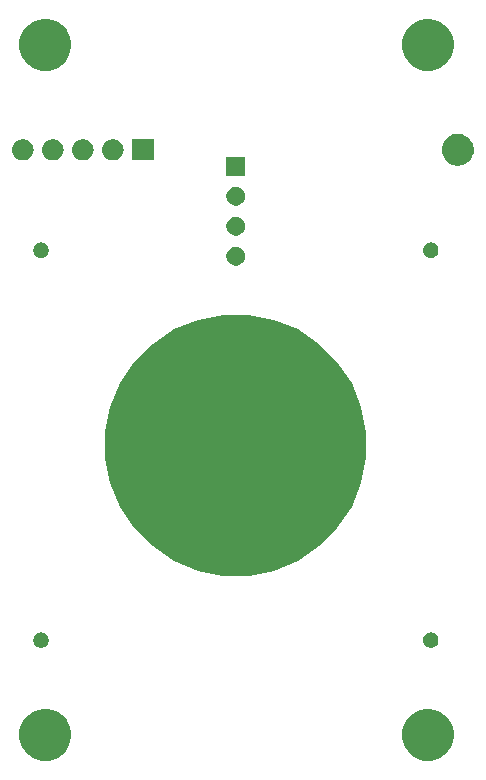
<source format=gbr>
G04 #@! TF.GenerationSoftware,KiCad,Pcbnew,(5.0.2)-1*
G04 #@! TF.CreationDate,2019-05-20T19:12:17+02:00*
G04 #@! TF.ProjectId,Carte capteurs 2,43617274-6520-4636-9170-746575727320,rev?*
G04 #@! TF.SameCoordinates,Original*
G04 #@! TF.FileFunction,Soldermask,Bot*
G04 #@! TF.FilePolarity,Negative*
%FSLAX46Y46*%
G04 Gerber Fmt 4.6, Leading zero omitted, Abs format (unit mm)*
G04 Created by KiCad (PCBNEW (5.0.2)-1) date 20/05/2019 19:12:17*
%MOMM*%
%LPD*%
G01*
G04 APERTURE LIST*
%ADD10C,0.100000*%
G04 APERTURE END LIST*
D10*
G36*
X38107006Y-86783582D02*
X38507565Y-86949499D01*
X38868059Y-87190373D01*
X39174627Y-87496941D01*
X39415501Y-87857435D01*
X39581418Y-88257994D01*
X39666000Y-88683219D01*
X39666000Y-89116781D01*
X39581418Y-89542006D01*
X39415501Y-89942565D01*
X39174627Y-90303059D01*
X38868059Y-90609627D01*
X38507565Y-90850501D01*
X38107006Y-91016418D01*
X37681781Y-91101000D01*
X37248219Y-91101000D01*
X36822994Y-91016418D01*
X36422435Y-90850501D01*
X36061941Y-90609627D01*
X35755373Y-90303059D01*
X35514499Y-89942565D01*
X35348582Y-89542006D01*
X35264000Y-89116781D01*
X35264000Y-88683219D01*
X35348582Y-88257994D01*
X35514499Y-87857435D01*
X35755373Y-87496941D01*
X36061941Y-87190373D01*
X36422435Y-86949499D01*
X36822994Y-86783582D01*
X37248219Y-86699000D01*
X37681781Y-86699000D01*
X38107006Y-86783582D01*
X38107006Y-86783582D01*
G37*
G36*
X70492006Y-86783582D02*
X70892565Y-86949499D01*
X71253059Y-87190373D01*
X71559627Y-87496941D01*
X71800501Y-87857435D01*
X71966418Y-88257994D01*
X72051000Y-88683219D01*
X72051000Y-89116781D01*
X71966418Y-89542006D01*
X71800501Y-89942565D01*
X71559627Y-90303059D01*
X71253059Y-90609627D01*
X70892565Y-90850501D01*
X70492006Y-91016418D01*
X70066781Y-91101000D01*
X69633219Y-91101000D01*
X69207994Y-91016418D01*
X68807435Y-90850501D01*
X68446941Y-90609627D01*
X68140373Y-90303059D01*
X67899499Y-89942565D01*
X67733582Y-89542006D01*
X67649000Y-89116781D01*
X67649000Y-88683219D01*
X67733582Y-88257994D01*
X67899499Y-87857435D01*
X68140373Y-87496941D01*
X68446941Y-87190373D01*
X68807435Y-86949499D01*
X69207994Y-86783582D01*
X69633219Y-86699000D01*
X70066781Y-86699000D01*
X70492006Y-86783582D01*
X70492006Y-86783582D01*
G37*
G36*
X37284891Y-80239018D02*
X37403362Y-80288090D01*
X37509993Y-80359339D01*
X37600663Y-80450009D01*
X37671912Y-80556640D01*
X37720984Y-80675111D01*
X37746001Y-80800882D01*
X37746001Y-80929120D01*
X37720984Y-81054891D01*
X37671912Y-81173362D01*
X37600663Y-81279993D01*
X37509993Y-81370663D01*
X37403362Y-81441912D01*
X37284891Y-81490984D01*
X37159120Y-81516001D01*
X37030882Y-81516001D01*
X36905111Y-81490984D01*
X36786640Y-81441912D01*
X36680009Y-81370663D01*
X36589339Y-81279993D01*
X36518090Y-81173362D01*
X36469018Y-81054891D01*
X36444001Y-80929120D01*
X36444001Y-80800882D01*
X36469018Y-80675111D01*
X36518090Y-80556640D01*
X36589339Y-80450009D01*
X36680009Y-80359339D01*
X36786640Y-80288090D01*
X36905111Y-80239018D01*
X37030882Y-80214001D01*
X37159120Y-80214001D01*
X37284891Y-80239018D01*
X37284891Y-80239018D01*
G37*
G36*
X70284891Y-80239018D02*
X70403362Y-80288090D01*
X70509993Y-80359339D01*
X70600663Y-80450009D01*
X70671912Y-80556640D01*
X70720984Y-80675111D01*
X70746001Y-80800882D01*
X70746001Y-80929120D01*
X70720984Y-81054891D01*
X70671912Y-81173362D01*
X70600663Y-81279993D01*
X70509993Y-81370663D01*
X70403362Y-81441912D01*
X70284891Y-81490984D01*
X70159120Y-81516001D01*
X70030882Y-81516001D01*
X69905111Y-81490984D01*
X69786640Y-81441912D01*
X69680009Y-81370663D01*
X69589339Y-81279993D01*
X69518090Y-81173362D01*
X69469018Y-81054891D01*
X69444001Y-80929120D01*
X69444001Y-80800882D01*
X69469018Y-80675111D01*
X69518090Y-80556640D01*
X69589339Y-80450009D01*
X69680009Y-80359339D01*
X69786640Y-80288090D01*
X69905111Y-80239018D01*
X70030882Y-80214001D01*
X70159120Y-80214001D01*
X70284891Y-80239018D01*
X70284891Y-80239018D01*
G37*
G36*
X56818458Y-53738684D02*
X58829611Y-54571731D01*
X60639606Y-55781131D01*
X62178871Y-57320396D01*
X63388271Y-59130391D01*
X64221318Y-61141544D01*
X64646001Y-63276571D01*
X64646001Y-65453431D01*
X64221318Y-67588458D01*
X63388271Y-69599611D01*
X62178871Y-71409606D01*
X60639606Y-72948871D01*
X58829611Y-74158271D01*
X56818458Y-74991318D01*
X54683431Y-75416001D01*
X52506571Y-75416001D01*
X50371544Y-74991318D01*
X48360391Y-74158271D01*
X46550396Y-72948871D01*
X45011131Y-71409606D01*
X43801731Y-69599611D01*
X42968684Y-67588458D01*
X42544001Y-65453431D01*
X42544001Y-63276571D01*
X42968684Y-61141544D01*
X43801731Y-59130391D01*
X45011131Y-57320396D01*
X46550396Y-55781131D01*
X48360391Y-54571731D01*
X50371544Y-53738684D01*
X52506571Y-53314001D01*
X54683431Y-53314001D01*
X56818458Y-53738684D01*
X56818458Y-53738684D01*
G37*
G36*
X53828644Y-47594782D02*
X53974416Y-47655163D01*
X54105612Y-47742825D01*
X54217177Y-47854390D01*
X54304839Y-47985586D01*
X54365220Y-48131358D01*
X54396001Y-48286108D01*
X54396001Y-48443894D01*
X54365220Y-48598644D01*
X54304839Y-48744416D01*
X54217177Y-48875612D01*
X54105612Y-48987177D01*
X53974416Y-49074839D01*
X53828644Y-49135220D01*
X53673894Y-49166001D01*
X53516108Y-49166001D01*
X53361358Y-49135220D01*
X53215586Y-49074839D01*
X53084390Y-48987177D01*
X52972825Y-48875612D01*
X52885163Y-48744416D01*
X52824782Y-48598644D01*
X52794001Y-48443894D01*
X52794001Y-48286108D01*
X52824782Y-48131358D01*
X52885163Y-47985586D01*
X52972825Y-47854390D01*
X53084390Y-47742825D01*
X53215586Y-47655163D01*
X53361358Y-47594782D01*
X53516108Y-47564001D01*
X53673894Y-47564001D01*
X53828644Y-47594782D01*
X53828644Y-47594782D01*
G37*
G36*
X37284891Y-47239018D02*
X37403362Y-47288090D01*
X37509993Y-47359339D01*
X37600663Y-47450009D01*
X37671912Y-47556640D01*
X37720984Y-47675111D01*
X37746001Y-47800882D01*
X37746001Y-47929120D01*
X37720984Y-48054891D01*
X37671912Y-48173362D01*
X37600663Y-48279993D01*
X37509993Y-48370663D01*
X37403362Y-48441912D01*
X37284891Y-48490984D01*
X37159120Y-48516001D01*
X37030882Y-48516001D01*
X36905111Y-48490984D01*
X36786640Y-48441912D01*
X36680009Y-48370663D01*
X36589339Y-48279993D01*
X36518090Y-48173362D01*
X36469018Y-48054891D01*
X36444001Y-47929120D01*
X36444001Y-47800882D01*
X36469018Y-47675111D01*
X36518090Y-47556640D01*
X36589339Y-47450009D01*
X36680009Y-47359339D01*
X36786640Y-47288090D01*
X36905111Y-47239018D01*
X37030882Y-47214001D01*
X37159120Y-47214001D01*
X37284891Y-47239018D01*
X37284891Y-47239018D01*
G37*
G36*
X70284891Y-47239018D02*
X70403362Y-47288090D01*
X70509993Y-47359339D01*
X70600663Y-47450009D01*
X70671912Y-47556640D01*
X70720984Y-47675111D01*
X70746001Y-47800882D01*
X70746001Y-47929120D01*
X70720984Y-48054891D01*
X70671912Y-48173362D01*
X70600663Y-48279993D01*
X70509993Y-48370663D01*
X70403362Y-48441912D01*
X70284891Y-48490984D01*
X70159120Y-48516001D01*
X70030882Y-48516001D01*
X69905111Y-48490984D01*
X69786640Y-48441912D01*
X69680009Y-48370663D01*
X69589339Y-48279993D01*
X69518090Y-48173362D01*
X69469018Y-48054891D01*
X69444001Y-47929120D01*
X69444001Y-47800882D01*
X69469018Y-47675111D01*
X69518090Y-47556640D01*
X69589339Y-47450009D01*
X69680009Y-47359339D01*
X69786640Y-47288090D01*
X69905111Y-47239018D01*
X70030882Y-47214001D01*
X70159120Y-47214001D01*
X70284891Y-47239018D01*
X70284891Y-47239018D01*
G37*
G36*
X53828644Y-45054782D02*
X53974416Y-45115163D01*
X54105612Y-45202825D01*
X54217177Y-45314390D01*
X54304839Y-45445586D01*
X54365220Y-45591358D01*
X54396001Y-45746108D01*
X54396001Y-45903894D01*
X54365220Y-46058644D01*
X54304839Y-46204416D01*
X54217177Y-46335612D01*
X54105612Y-46447177D01*
X53974416Y-46534839D01*
X53828644Y-46595220D01*
X53673894Y-46626001D01*
X53516108Y-46626001D01*
X53361358Y-46595220D01*
X53215586Y-46534839D01*
X53084390Y-46447177D01*
X52972825Y-46335612D01*
X52885163Y-46204416D01*
X52824782Y-46058644D01*
X52794001Y-45903894D01*
X52794001Y-45746108D01*
X52824782Y-45591358D01*
X52885163Y-45445586D01*
X52972825Y-45314390D01*
X53084390Y-45202825D01*
X53215586Y-45115163D01*
X53361358Y-45054782D01*
X53516108Y-45024001D01*
X53673894Y-45024001D01*
X53828644Y-45054782D01*
X53828644Y-45054782D01*
G37*
G36*
X53828644Y-42514782D02*
X53974416Y-42575163D01*
X54105612Y-42662825D01*
X54217177Y-42774390D01*
X54304839Y-42905586D01*
X54365220Y-43051358D01*
X54396001Y-43206108D01*
X54396001Y-43363894D01*
X54365220Y-43518644D01*
X54304839Y-43664416D01*
X54217177Y-43795612D01*
X54105612Y-43907177D01*
X53974416Y-43994839D01*
X53828644Y-44055220D01*
X53673894Y-44086001D01*
X53516108Y-44086001D01*
X53361358Y-44055220D01*
X53215586Y-43994839D01*
X53084390Y-43907177D01*
X52972825Y-43795612D01*
X52885163Y-43664416D01*
X52824782Y-43518644D01*
X52794001Y-43363894D01*
X52794001Y-43206108D01*
X52824782Y-43051358D01*
X52885163Y-42905586D01*
X52972825Y-42774390D01*
X53084390Y-42662825D01*
X53215586Y-42575163D01*
X53361358Y-42514782D01*
X53516108Y-42484001D01*
X53673894Y-42484001D01*
X53828644Y-42514782D01*
X53828644Y-42514782D01*
G37*
G36*
X54396001Y-41546001D02*
X52794001Y-41546001D01*
X52794001Y-39944001D01*
X54396001Y-39944001D01*
X54396001Y-41546001D01*
X54396001Y-41546001D01*
G37*
G36*
X72653567Y-38044959D02*
X72784072Y-38070918D01*
X73029939Y-38172759D01*
X73250464Y-38320110D01*
X73251215Y-38320612D01*
X73439388Y-38508785D01*
X73439390Y-38508788D01*
X73587241Y-38730061D01*
X73643966Y-38867009D01*
X73689082Y-38975929D01*
X73741000Y-39236937D01*
X73741000Y-39503063D01*
X73715041Y-39633567D01*
X73689082Y-39764072D01*
X73587241Y-40009939D01*
X73511843Y-40122779D01*
X73439388Y-40231215D01*
X73251215Y-40419388D01*
X73251212Y-40419390D01*
X73029939Y-40567241D01*
X72784072Y-40669082D01*
X72653567Y-40695041D01*
X72523063Y-40721000D01*
X72256937Y-40721000D01*
X72126433Y-40695041D01*
X71995928Y-40669082D01*
X71750061Y-40567241D01*
X71528788Y-40419390D01*
X71528785Y-40419388D01*
X71340612Y-40231215D01*
X71268157Y-40122779D01*
X71192759Y-40009939D01*
X71090918Y-39764072D01*
X71064959Y-39633567D01*
X71039000Y-39503063D01*
X71039000Y-39236937D01*
X71090918Y-38975929D01*
X71136034Y-38867009D01*
X71192759Y-38730061D01*
X71340610Y-38508788D01*
X71340612Y-38508785D01*
X71528785Y-38320612D01*
X71529536Y-38320110D01*
X71750061Y-38172759D01*
X71995928Y-38070918D01*
X72126433Y-38044959D01*
X72256937Y-38019000D01*
X72523063Y-38019000D01*
X72653567Y-38044959D01*
X72653567Y-38044959D01*
G37*
G36*
X46621000Y-40271000D02*
X44819000Y-40271000D01*
X44819000Y-38469000D01*
X46621000Y-38469000D01*
X46621000Y-40271000D01*
X46621000Y-40271000D01*
G37*
G36*
X43290443Y-38475519D02*
X43356627Y-38482037D01*
X43444813Y-38508788D01*
X43526467Y-38533557D01*
X43665087Y-38607652D01*
X43682991Y-38617222D01*
X43718729Y-38646552D01*
X43820186Y-38729814D01*
X43903448Y-38831271D01*
X43932778Y-38867009D01*
X43932779Y-38867011D01*
X44016443Y-39023533D01*
X44016443Y-39023534D01*
X44067963Y-39193373D01*
X44085359Y-39370000D01*
X44067963Y-39546627D01*
X44033616Y-39659853D01*
X44016443Y-39716467D01*
X43990997Y-39764072D01*
X43932778Y-39872991D01*
X43903448Y-39908729D01*
X43820186Y-40010186D01*
X43718729Y-40093448D01*
X43682991Y-40122778D01*
X43682989Y-40122779D01*
X43526467Y-40206443D01*
X43469853Y-40223616D01*
X43356627Y-40257963D01*
X43290443Y-40264481D01*
X43224260Y-40271000D01*
X43135740Y-40271000D01*
X43069557Y-40264481D01*
X43003373Y-40257963D01*
X42890147Y-40223616D01*
X42833533Y-40206443D01*
X42677011Y-40122779D01*
X42677009Y-40122778D01*
X42641271Y-40093448D01*
X42539814Y-40010186D01*
X42456552Y-39908729D01*
X42427222Y-39872991D01*
X42369003Y-39764072D01*
X42343557Y-39716467D01*
X42326384Y-39659853D01*
X42292037Y-39546627D01*
X42274641Y-39370000D01*
X42292037Y-39193373D01*
X42343557Y-39023534D01*
X42343557Y-39023533D01*
X42427221Y-38867011D01*
X42427222Y-38867009D01*
X42456552Y-38831271D01*
X42539814Y-38729814D01*
X42641271Y-38646552D01*
X42677009Y-38617222D01*
X42694913Y-38607652D01*
X42833533Y-38533557D01*
X42915187Y-38508788D01*
X43003373Y-38482037D01*
X43069557Y-38475519D01*
X43135740Y-38469000D01*
X43224260Y-38469000D01*
X43290443Y-38475519D01*
X43290443Y-38475519D01*
G37*
G36*
X40750443Y-38475519D02*
X40816627Y-38482037D01*
X40904813Y-38508788D01*
X40986467Y-38533557D01*
X41125087Y-38607652D01*
X41142991Y-38617222D01*
X41178729Y-38646552D01*
X41280186Y-38729814D01*
X41363448Y-38831271D01*
X41392778Y-38867009D01*
X41392779Y-38867011D01*
X41476443Y-39023533D01*
X41476443Y-39023534D01*
X41527963Y-39193373D01*
X41545359Y-39370000D01*
X41527963Y-39546627D01*
X41493616Y-39659853D01*
X41476443Y-39716467D01*
X41450997Y-39764072D01*
X41392778Y-39872991D01*
X41363448Y-39908729D01*
X41280186Y-40010186D01*
X41178729Y-40093448D01*
X41142991Y-40122778D01*
X41142989Y-40122779D01*
X40986467Y-40206443D01*
X40929853Y-40223616D01*
X40816627Y-40257963D01*
X40750443Y-40264481D01*
X40684260Y-40271000D01*
X40595740Y-40271000D01*
X40529557Y-40264481D01*
X40463373Y-40257963D01*
X40350147Y-40223616D01*
X40293533Y-40206443D01*
X40137011Y-40122779D01*
X40137009Y-40122778D01*
X40101271Y-40093448D01*
X39999814Y-40010186D01*
X39916552Y-39908729D01*
X39887222Y-39872991D01*
X39829003Y-39764072D01*
X39803557Y-39716467D01*
X39786384Y-39659853D01*
X39752037Y-39546627D01*
X39734641Y-39370000D01*
X39752037Y-39193373D01*
X39803557Y-39023534D01*
X39803557Y-39023533D01*
X39887221Y-38867011D01*
X39887222Y-38867009D01*
X39916552Y-38831271D01*
X39999814Y-38729814D01*
X40101271Y-38646552D01*
X40137009Y-38617222D01*
X40154913Y-38607652D01*
X40293533Y-38533557D01*
X40375187Y-38508788D01*
X40463373Y-38482037D01*
X40529557Y-38475519D01*
X40595740Y-38469000D01*
X40684260Y-38469000D01*
X40750443Y-38475519D01*
X40750443Y-38475519D01*
G37*
G36*
X38210443Y-38475519D02*
X38276627Y-38482037D01*
X38364813Y-38508788D01*
X38446467Y-38533557D01*
X38585087Y-38607652D01*
X38602991Y-38617222D01*
X38638729Y-38646552D01*
X38740186Y-38729814D01*
X38823448Y-38831271D01*
X38852778Y-38867009D01*
X38852779Y-38867011D01*
X38936443Y-39023533D01*
X38936443Y-39023534D01*
X38987963Y-39193373D01*
X39005359Y-39370000D01*
X38987963Y-39546627D01*
X38953616Y-39659853D01*
X38936443Y-39716467D01*
X38910997Y-39764072D01*
X38852778Y-39872991D01*
X38823448Y-39908729D01*
X38740186Y-40010186D01*
X38638729Y-40093448D01*
X38602991Y-40122778D01*
X38602989Y-40122779D01*
X38446467Y-40206443D01*
X38389853Y-40223616D01*
X38276627Y-40257963D01*
X38210443Y-40264481D01*
X38144260Y-40271000D01*
X38055740Y-40271000D01*
X37989557Y-40264481D01*
X37923373Y-40257963D01*
X37810147Y-40223616D01*
X37753533Y-40206443D01*
X37597011Y-40122779D01*
X37597009Y-40122778D01*
X37561271Y-40093448D01*
X37459814Y-40010186D01*
X37376552Y-39908729D01*
X37347222Y-39872991D01*
X37289003Y-39764072D01*
X37263557Y-39716467D01*
X37246384Y-39659853D01*
X37212037Y-39546627D01*
X37194641Y-39370000D01*
X37212037Y-39193373D01*
X37263557Y-39023534D01*
X37263557Y-39023533D01*
X37347221Y-38867011D01*
X37347222Y-38867009D01*
X37376552Y-38831271D01*
X37459814Y-38729814D01*
X37561271Y-38646552D01*
X37597009Y-38617222D01*
X37614913Y-38607652D01*
X37753533Y-38533557D01*
X37835187Y-38508788D01*
X37923373Y-38482037D01*
X37989557Y-38475519D01*
X38055740Y-38469000D01*
X38144260Y-38469000D01*
X38210443Y-38475519D01*
X38210443Y-38475519D01*
G37*
G36*
X35670443Y-38475519D02*
X35736627Y-38482037D01*
X35824813Y-38508788D01*
X35906467Y-38533557D01*
X36045087Y-38607652D01*
X36062991Y-38617222D01*
X36098729Y-38646552D01*
X36200186Y-38729814D01*
X36283448Y-38831271D01*
X36312778Y-38867009D01*
X36312779Y-38867011D01*
X36396443Y-39023533D01*
X36396443Y-39023534D01*
X36447963Y-39193373D01*
X36465359Y-39370000D01*
X36447963Y-39546627D01*
X36413616Y-39659853D01*
X36396443Y-39716467D01*
X36370997Y-39764072D01*
X36312778Y-39872991D01*
X36283448Y-39908729D01*
X36200186Y-40010186D01*
X36098729Y-40093448D01*
X36062991Y-40122778D01*
X36062989Y-40122779D01*
X35906467Y-40206443D01*
X35849853Y-40223616D01*
X35736627Y-40257963D01*
X35670443Y-40264481D01*
X35604260Y-40271000D01*
X35515740Y-40271000D01*
X35449557Y-40264481D01*
X35383373Y-40257963D01*
X35270147Y-40223616D01*
X35213533Y-40206443D01*
X35057011Y-40122779D01*
X35057009Y-40122778D01*
X35021271Y-40093448D01*
X34919814Y-40010186D01*
X34836552Y-39908729D01*
X34807222Y-39872991D01*
X34749003Y-39764072D01*
X34723557Y-39716467D01*
X34706384Y-39659853D01*
X34672037Y-39546627D01*
X34654641Y-39370000D01*
X34672037Y-39193373D01*
X34723557Y-39023534D01*
X34723557Y-39023533D01*
X34807221Y-38867011D01*
X34807222Y-38867009D01*
X34836552Y-38831271D01*
X34919814Y-38729814D01*
X35021271Y-38646552D01*
X35057009Y-38617222D01*
X35074913Y-38607652D01*
X35213533Y-38533557D01*
X35295187Y-38508788D01*
X35383373Y-38482037D01*
X35449557Y-38475519D01*
X35515740Y-38469000D01*
X35604260Y-38469000D01*
X35670443Y-38475519D01*
X35670443Y-38475519D01*
G37*
G36*
X38107006Y-28363582D02*
X38507565Y-28529499D01*
X38868059Y-28770373D01*
X39174627Y-29076941D01*
X39415501Y-29437435D01*
X39581418Y-29837994D01*
X39666000Y-30263219D01*
X39666000Y-30696781D01*
X39581418Y-31122006D01*
X39415501Y-31522565D01*
X39174627Y-31883059D01*
X38868059Y-32189627D01*
X38507565Y-32430501D01*
X38107006Y-32596418D01*
X37681781Y-32681000D01*
X37248219Y-32681000D01*
X36822994Y-32596418D01*
X36422435Y-32430501D01*
X36061941Y-32189627D01*
X35755373Y-31883059D01*
X35514499Y-31522565D01*
X35348582Y-31122006D01*
X35264000Y-30696781D01*
X35264000Y-30263219D01*
X35348582Y-29837994D01*
X35514499Y-29437435D01*
X35755373Y-29076941D01*
X36061941Y-28770373D01*
X36422435Y-28529499D01*
X36822994Y-28363582D01*
X37248219Y-28279000D01*
X37681781Y-28279000D01*
X38107006Y-28363582D01*
X38107006Y-28363582D01*
G37*
G36*
X70492006Y-28363582D02*
X70892565Y-28529499D01*
X71253059Y-28770373D01*
X71559627Y-29076941D01*
X71800501Y-29437435D01*
X71966418Y-29837994D01*
X72051000Y-30263219D01*
X72051000Y-30696781D01*
X71966418Y-31122006D01*
X71800501Y-31522565D01*
X71559627Y-31883059D01*
X71253059Y-32189627D01*
X70892565Y-32430501D01*
X70492006Y-32596418D01*
X70066781Y-32681000D01*
X69633219Y-32681000D01*
X69207994Y-32596418D01*
X68807435Y-32430501D01*
X68446941Y-32189627D01*
X68140373Y-31883059D01*
X67899499Y-31522565D01*
X67733582Y-31122006D01*
X67649000Y-30696781D01*
X67649000Y-30263219D01*
X67733582Y-29837994D01*
X67899499Y-29437435D01*
X68140373Y-29076941D01*
X68446941Y-28770373D01*
X68807435Y-28529499D01*
X69207994Y-28363582D01*
X69633219Y-28279000D01*
X70066781Y-28279000D01*
X70492006Y-28363582D01*
X70492006Y-28363582D01*
G37*
M02*

</source>
